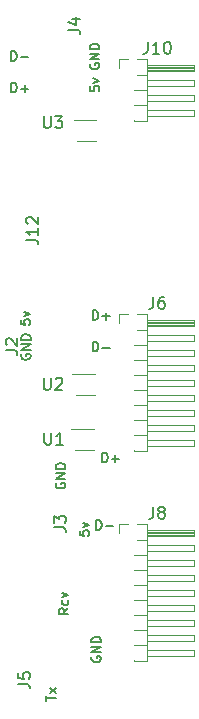
<source format=gto>
G04 #@! TF.GenerationSoftware,KiCad,Pcbnew,7.0.11-7.0.11~ubuntu23.10.1*
G04 #@! TF.CreationDate,2024-06-17T23:23:06+02:00*
G04 #@! TF.ProjectId,Hardware_NanoPi_v7_ConnectorPlate,48617264-7761-4726-955f-4e616e6f5069,rev?*
G04 #@! TF.SameCoordinates,Original*
G04 #@! TF.FileFunction,Legend,Top*
G04 #@! TF.FilePolarity,Positive*
%FSLAX46Y46*%
G04 Gerber Fmt 4.6, Leading zero omitted, Abs format (unit mm)*
G04 Created by KiCad (PCBNEW 7.0.11-7.0.11~ubuntu23.10.1) date 2024-06-17 23:23:06*
%MOMM*%
%LPD*%
G01*
G04 APERTURE LIST*
%ADD10C,0.150000*%
%ADD11C,0.120000*%
%ADD12R,0.500000X0.375000*%
%ADD13R,0.650000X0.300000*%
%ADD14R,1.000000X1.000000*%
%ADD15O,1.000000X1.000000*%
%ADD16O,1.900000X1.900000*%
%ADD17C,1.800000*%
%ADD18R,1.700000X1.700000*%
%ADD19O,1.700000X1.700000*%
G04 APERTURE END LIST*
D10*
X4838095Y26495181D02*
X4838095Y25685658D01*
X4838095Y25685658D02*
X4885714Y25590420D01*
X4885714Y25590420D02*
X4933333Y25542800D01*
X4933333Y25542800D02*
X5028571Y25495181D01*
X5028571Y25495181D02*
X5219047Y25495181D01*
X5219047Y25495181D02*
X5314285Y25542800D01*
X5314285Y25542800D02*
X5361904Y25590420D01*
X5361904Y25590420D02*
X5409523Y25685658D01*
X5409523Y25685658D02*
X5409523Y26495181D01*
X5838095Y26399943D02*
X5885714Y26447562D01*
X5885714Y26447562D02*
X5980952Y26495181D01*
X5980952Y26495181D02*
X6219047Y26495181D01*
X6219047Y26495181D02*
X6314285Y26447562D01*
X6314285Y26447562D02*
X6361904Y26399943D01*
X6361904Y26399943D02*
X6409523Y26304705D01*
X6409523Y26304705D02*
X6409523Y26209467D01*
X6409523Y26209467D02*
X6361904Y26066610D01*
X6361904Y26066610D02*
X5790476Y25495181D01*
X5790476Y25495181D02*
X6409523Y25495181D01*
X13622976Y54940181D02*
X13622976Y54225896D01*
X13622976Y54225896D02*
X13575357Y54083039D01*
X13575357Y54083039D02*
X13480119Y53987800D01*
X13480119Y53987800D02*
X13337262Y53940181D01*
X13337262Y53940181D02*
X13242024Y53940181D01*
X14622976Y53940181D02*
X14051548Y53940181D01*
X14337262Y53940181D02*
X14337262Y54940181D01*
X14337262Y54940181D02*
X14242024Y54797324D01*
X14242024Y54797324D02*
X14146786Y54702086D01*
X14146786Y54702086D02*
X14051548Y54654467D01*
X15242024Y54940181D02*
X15337262Y54940181D01*
X15337262Y54940181D02*
X15432500Y54892562D01*
X15432500Y54892562D02*
X15480119Y54844943D01*
X15480119Y54844943D02*
X15527738Y54749705D01*
X15527738Y54749705D02*
X15575357Y54559229D01*
X15575357Y54559229D02*
X15575357Y54321134D01*
X15575357Y54321134D02*
X15527738Y54130658D01*
X15527738Y54130658D02*
X15480119Y54035420D01*
X15480119Y54035420D02*
X15432500Y53987800D01*
X15432500Y53987800D02*
X15337262Y53940181D01*
X15337262Y53940181D02*
X15242024Y53940181D01*
X15242024Y53940181D02*
X15146786Y53987800D01*
X15146786Y53987800D02*
X15099167Y54035420D01*
X15099167Y54035420D02*
X15051548Y54130658D01*
X15051548Y54130658D02*
X15003929Y54321134D01*
X15003929Y54321134D02*
X15003929Y54559229D01*
X15003929Y54559229D02*
X15051548Y54749705D01*
X15051548Y54749705D02*
X15099167Y54844943D01*
X15099167Y54844943D02*
X15146786Y54892562D01*
X15146786Y54892562D02*
X15242024Y54940181D01*
X4888095Y21845181D02*
X4888095Y21035658D01*
X4888095Y21035658D02*
X4935714Y20940420D01*
X4935714Y20940420D02*
X4983333Y20892800D01*
X4983333Y20892800D02*
X5078571Y20845181D01*
X5078571Y20845181D02*
X5269047Y20845181D01*
X5269047Y20845181D02*
X5364285Y20892800D01*
X5364285Y20892800D02*
X5411904Y20940420D01*
X5411904Y20940420D02*
X5459523Y21035658D01*
X5459523Y21035658D02*
X5459523Y21845181D01*
X6459523Y20845181D02*
X5888095Y20845181D01*
X6173809Y20845181D02*
X6173809Y21845181D01*
X6173809Y21845181D02*
X6078571Y21702324D01*
X6078571Y21702324D02*
X5983333Y21607086D01*
X5983333Y21607086D02*
X5888095Y21559467D01*
X4838095Y48645181D02*
X4838095Y47835658D01*
X4838095Y47835658D02*
X4885714Y47740420D01*
X4885714Y47740420D02*
X4933333Y47692800D01*
X4933333Y47692800D02*
X5028571Y47645181D01*
X5028571Y47645181D02*
X5219047Y47645181D01*
X5219047Y47645181D02*
X5314285Y47692800D01*
X5314285Y47692800D02*
X5361904Y47740420D01*
X5361904Y47740420D02*
X5409523Y47835658D01*
X5409523Y47835658D02*
X5409523Y48645181D01*
X5790476Y48645181D02*
X6409523Y48645181D01*
X6409523Y48645181D02*
X6076190Y48264229D01*
X6076190Y48264229D02*
X6219047Y48264229D01*
X6219047Y48264229D02*
X6314285Y48216610D01*
X6314285Y48216610D02*
X6361904Y48168991D01*
X6361904Y48168991D02*
X6409523Y48073753D01*
X6409523Y48073753D02*
X6409523Y47835658D01*
X6409523Y47835658D02*
X6361904Y47740420D01*
X6361904Y47740420D02*
X6314285Y47692800D01*
X6314285Y47692800D02*
X6219047Y47645181D01*
X6219047Y47645181D02*
X5933333Y47645181D01*
X5933333Y47645181D02*
X5838095Y47692800D01*
X5838095Y47692800D02*
X5790476Y47740420D01*
X14099166Y33350181D02*
X14099166Y32635896D01*
X14099166Y32635896D02*
X14051547Y32493039D01*
X14051547Y32493039D02*
X13956309Y32397800D01*
X13956309Y32397800D02*
X13813452Y32350181D01*
X13813452Y32350181D02*
X13718214Y32350181D01*
X15003928Y33350181D02*
X14813452Y33350181D01*
X14813452Y33350181D02*
X14718214Y33302562D01*
X14718214Y33302562D02*
X14670595Y33254943D01*
X14670595Y33254943D02*
X14575357Y33112086D01*
X14575357Y33112086D02*
X14527738Y32921610D01*
X14527738Y32921610D02*
X14527738Y32540658D01*
X14527738Y32540658D02*
X14575357Y32445420D01*
X14575357Y32445420D02*
X14622976Y32397800D01*
X14622976Y32397800D02*
X14718214Y32350181D01*
X14718214Y32350181D02*
X14908690Y32350181D01*
X14908690Y32350181D02*
X15003928Y32397800D01*
X15003928Y32397800D02*
X15051547Y32445420D01*
X15051547Y32445420D02*
X15099166Y32540658D01*
X15099166Y32540658D02*
X15099166Y32778753D01*
X15099166Y32778753D02*
X15051547Y32873991D01*
X15051547Y32873991D02*
X15003928Y32921610D01*
X15003928Y32921610D02*
X14908690Y32969229D01*
X14908690Y32969229D02*
X14718214Y32969229D01*
X14718214Y32969229D02*
X14622976Y32921610D01*
X14622976Y32921610D02*
X14575357Y32873991D01*
X14575357Y32873991D02*
X14527738Y32778753D01*
X6904819Y55966667D02*
X7619104Y55966667D01*
X7619104Y55966667D02*
X7761961Y55919048D01*
X7761961Y55919048D02*
X7857200Y55823810D01*
X7857200Y55823810D02*
X7904819Y55680953D01*
X7904819Y55680953D02*
X7904819Y55585715D01*
X7238152Y56871429D02*
X7904819Y56871429D01*
X6857200Y56633334D02*
X7571485Y56395239D01*
X7571485Y56395239D02*
X7571485Y57014286D01*
X8744695Y51167115D02*
X8744695Y50786163D01*
X8744695Y50786163D02*
X9125647Y50748067D01*
X9125647Y50748067D02*
X9087552Y50786163D01*
X9087552Y50786163D02*
X9049457Y50862353D01*
X9049457Y50862353D02*
X9049457Y51052829D01*
X9049457Y51052829D02*
X9087552Y51129020D01*
X9087552Y51129020D02*
X9125647Y51167115D01*
X9125647Y51167115D02*
X9201838Y51205210D01*
X9201838Y51205210D02*
X9392314Y51205210D01*
X9392314Y51205210D02*
X9468504Y51167115D01*
X9468504Y51167115D02*
X9506600Y51129020D01*
X9506600Y51129020D02*
X9544695Y51052829D01*
X9544695Y51052829D02*
X9544695Y50862353D01*
X9544695Y50862353D02*
X9506600Y50786163D01*
X9506600Y50786163D02*
X9468504Y50748067D01*
X9011361Y51471877D02*
X9544695Y51662353D01*
X9544695Y51662353D02*
X9011361Y51852830D01*
X2096238Y53334705D02*
X2096238Y54134705D01*
X2096238Y54134705D02*
X2286714Y54134705D01*
X2286714Y54134705D02*
X2401000Y54096610D01*
X2401000Y54096610D02*
X2477190Y54020420D01*
X2477190Y54020420D02*
X2515285Y53944229D01*
X2515285Y53944229D02*
X2553381Y53791848D01*
X2553381Y53791848D02*
X2553381Y53677562D01*
X2553381Y53677562D02*
X2515285Y53525181D01*
X2515285Y53525181D02*
X2477190Y53448991D01*
X2477190Y53448991D02*
X2401000Y53372800D01*
X2401000Y53372800D02*
X2286714Y53334705D01*
X2286714Y53334705D02*
X2096238Y53334705D01*
X2896238Y53639467D02*
X3505762Y53639467D01*
X2096238Y50667705D02*
X2096238Y51467705D01*
X2096238Y51467705D02*
X2286714Y51467705D01*
X2286714Y51467705D02*
X2401000Y51429610D01*
X2401000Y51429610D02*
X2477190Y51353420D01*
X2477190Y51353420D02*
X2515285Y51277229D01*
X2515285Y51277229D02*
X2553381Y51124848D01*
X2553381Y51124848D02*
X2553381Y51010562D01*
X2553381Y51010562D02*
X2515285Y50858181D01*
X2515285Y50858181D02*
X2477190Y50781991D01*
X2477190Y50781991D02*
X2401000Y50705800D01*
X2401000Y50705800D02*
X2286714Y50667705D01*
X2286714Y50667705D02*
X2096238Y50667705D01*
X2896238Y50972467D02*
X3505762Y50972467D01*
X3201000Y50667705D02*
X3201000Y51277229D01*
X8751390Y53087477D02*
X8713295Y53011287D01*
X8713295Y53011287D02*
X8713295Y52897001D01*
X8713295Y52897001D02*
X8751390Y52782715D01*
X8751390Y52782715D02*
X8827580Y52706525D01*
X8827580Y52706525D02*
X8903771Y52668430D01*
X8903771Y52668430D02*
X9056152Y52630334D01*
X9056152Y52630334D02*
X9170438Y52630334D01*
X9170438Y52630334D02*
X9322819Y52668430D01*
X9322819Y52668430D02*
X9399009Y52706525D01*
X9399009Y52706525D02*
X9475200Y52782715D01*
X9475200Y52782715D02*
X9513295Y52897001D01*
X9513295Y52897001D02*
X9513295Y52973192D01*
X9513295Y52973192D02*
X9475200Y53087477D01*
X9475200Y53087477D02*
X9437104Y53125573D01*
X9437104Y53125573D02*
X9170438Y53125573D01*
X9170438Y53125573D02*
X9170438Y52973192D01*
X9513295Y53468430D02*
X8713295Y53468430D01*
X8713295Y53468430D02*
X9513295Y53925573D01*
X9513295Y53925573D02*
X8713295Y53925573D01*
X9513295Y54306525D02*
X8713295Y54306525D01*
X8713295Y54306525D02*
X8713295Y54497001D01*
X8713295Y54497001D02*
X8751390Y54611287D01*
X8751390Y54611287D02*
X8827580Y54687477D01*
X8827580Y54687477D02*
X8903771Y54725572D01*
X8903771Y54725572D02*
X9056152Y54763668D01*
X9056152Y54763668D02*
X9170438Y54763668D01*
X9170438Y54763668D02*
X9322819Y54725572D01*
X9322819Y54725572D02*
X9399009Y54687477D01*
X9399009Y54687477D02*
X9475200Y54611287D01*
X9475200Y54611287D02*
X9513295Y54497001D01*
X9513295Y54497001D02*
X9513295Y54306525D01*
X5704819Y13836667D02*
X6419104Y13836667D01*
X6419104Y13836667D02*
X6561961Y13789048D01*
X6561961Y13789048D02*
X6657200Y13693810D01*
X6657200Y13693810D02*
X6704819Y13550953D01*
X6704819Y13550953D02*
X6704819Y13455715D01*
X5704819Y14217620D02*
X5704819Y14836667D01*
X5704819Y14836667D02*
X6085771Y14503334D01*
X6085771Y14503334D02*
X6085771Y14646191D01*
X6085771Y14646191D02*
X6133390Y14741429D01*
X6133390Y14741429D02*
X6181009Y14789048D01*
X6181009Y14789048D02*
X6276247Y14836667D01*
X6276247Y14836667D02*
X6514342Y14836667D01*
X6514342Y14836667D02*
X6609580Y14789048D01*
X6609580Y14789048D02*
X6657200Y14741429D01*
X6657200Y14741429D02*
X6704819Y14646191D01*
X6704819Y14646191D02*
X6704819Y14360477D01*
X6704819Y14360477D02*
X6657200Y14265239D01*
X6657200Y14265239D02*
X6609580Y14217620D01*
X9295238Y13637705D02*
X9295238Y14437705D01*
X9295238Y14437705D02*
X9485714Y14437705D01*
X9485714Y14437705D02*
X9600000Y14399610D01*
X9600000Y14399610D02*
X9676190Y14323420D01*
X9676190Y14323420D02*
X9714285Y14247229D01*
X9714285Y14247229D02*
X9752381Y14094848D01*
X9752381Y14094848D02*
X9752381Y13980562D01*
X9752381Y13980562D02*
X9714285Y13828181D01*
X9714285Y13828181D02*
X9676190Y13751991D01*
X9676190Y13751991D02*
X9600000Y13675800D01*
X9600000Y13675800D02*
X9485714Y13637705D01*
X9485714Y13637705D02*
X9295238Y13637705D01*
X10095238Y13942467D02*
X10704762Y13942467D01*
X9795238Y19328705D02*
X9795238Y20128705D01*
X9795238Y20128705D02*
X9985714Y20128705D01*
X9985714Y20128705D02*
X10100000Y20090610D01*
X10100000Y20090610D02*
X10176190Y20014420D01*
X10176190Y20014420D02*
X10214285Y19938229D01*
X10214285Y19938229D02*
X10252381Y19785848D01*
X10252381Y19785848D02*
X10252381Y19671562D01*
X10252381Y19671562D02*
X10214285Y19519181D01*
X10214285Y19519181D02*
X10176190Y19442991D01*
X10176190Y19442991D02*
X10100000Y19366800D01*
X10100000Y19366800D02*
X9985714Y19328705D01*
X9985714Y19328705D02*
X9795238Y19328705D01*
X10595238Y19633467D02*
X11204762Y19633467D01*
X10900000Y19328705D02*
X10900000Y19938229D01*
X5900390Y17590477D02*
X5862295Y17514287D01*
X5862295Y17514287D02*
X5862295Y17400001D01*
X5862295Y17400001D02*
X5900390Y17285715D01*
X5900390Y17285715D02*
X5976580Y17209525D01*
X5976580Y17209525D02*
X6052771Y17171430D01*
X6052771Y17171430D02*
X6205152Y17133334D01*
X6205152Y17133334D02*
X6319438Y17133334D01*
X6319438Y17133334D02*
X6471819Y17171430D01*
X6471819Y17171430D02*
X6548009Y17209525D01*
X6548009Y17209525D02*
X6624200Y17285715D01*
X6624200Y17285715D02*
X6662295Y17400001D01*
X6662295Y17400001D02*
X6662295Y17476192D01*
X6662295Y17476192D02*
X6624200Y17590477D01*
X6624200Y17590477D02*
X6586104Y17628573D01*
X6586104Y17628573D02*
X6319438Y17628573D01*
X6319438Y17628573D02*
X6319438Y17476192D01*
X6662295Y17971430D02*
X5862295Y17971430D01*
X5862295Y17971430D02*
X6662295Y18428573D01*
X6662295Y18428573D02*
X5862295Y18428573D01*
X6662295Y18809525D02*
X5862295Y18809525D01*
X5862295Y18809525D02*
X5862295Y19000001D01*
X5862295Y19000001D02*
X5900390Y19114287D01*
X5900390Y19114287D02*
X5976580Y19190477D01*
X5976580Y19190477D02*
X6052771Y19228572D01*
X6052771Y19228572D02*
X6205152Y19266668D01*
X6205152Y19266668D02*
X6319438Y19266668D01*
X6319438Y19266668D02*
X6471819Y19228572D01*
X6471819Y19228572D02*
X6548009Y19190477D01*
X6548009Y19190477D02*
X6624200Y19114287D01*
X6624200Y19114287D02*
X6662295Y19000001D01*
X6662295Y19000001D02*
X6662295Y18809525D01*
X7862295Y13535715D02*
X7862295Y13154763D01*
X7862295Y13154763D02*
X8243247Y13116667D01*
X8243247Y13116667D02*
X8205152Y13154763D01*
X8205152Y13154763D02*
X8167057Y13230953D01*
X8167057Y13230953D02*
X8167057Y13421429D01*
X8167057Y13421429D02*
X8205152Y13497620D01*
X8205152Y13497620D02*
X8243247Y13535715D01*
X8243247Y13535715D02*
X8319438Y13573810D01*
X8319438Y13573810D02*
X8509914Y13573810D01*
X8509914Y13573810D02*
X8586104Y13535715D01*
X8586104Y13535715D02*
X8624200Y13497620D01*
X8624200Y13497620D02*
X8662295Y13421429D01*
X8662295Y13421429D02*
X8662295Y13230953D01*
X8662295Y13230953D02*
X8624200Y13154763D01*
X8624200Y13154763D02*
X8586104Y13116667D01*
X8128961Y13840477D02*
X8662295Y14030953D01*
X8662295Y14030953D02*
X8128961Y14221430D01*
X1604019Y28848467D02*
X2318304Y28848467D01*
X2318304Y28848467D02*
X2461161Y28800848D01*
X2461161Y28800848D02*
X2556400Y28705610D01*
X2556400Y28705610D02*
X2604019Y28562753D01*
X2604019Y28562753D02*
X2604019Y28467515D01*
X1699257Y29277039D02*
X1651638Y29324658D01*
X1651638Y29324658D02*
X1604019Y29419896D01*
X1604019Y29419896D02*
X1604019Y29657991D01*
X1604019Y29657991D02*
X1651638Y29753229D01*
X1651638Y29753229D02*
X1699257Y29800848D01*
X1699257Y29800848D02*
X1794495Y29848467D01*
X1794495Y29848467D02*
X1889733Y29848467D01*
X1889733Y29848467D02*
X2032590Y29800848D01*
X2032590Y29800848D02*
X2604019Y29229420D01*
X2604019Y29229420D02*
X2604019Y29848467D01*
X8994238Y31407705D02*
X8994238Y32207705D01*
X8994238Y32207705D02*
X9184714Y32207705D01*
X9184714Y32207705D02*
X9299000Y32169610D01*
X9299000Y32169610D02*
X9375190Y32093420D01*
X9375190Y32093420D02*
X9413285Y32017229D01*
X9413285Y32017229D02*
X9451381Y31864848D01*
X9451381Y31864848D02*
X9451381Y31750562D01*
X9451381Y31750562D02*
X9413285Y31598181D01*
X9413285Y31598181D02*
X9375190Y31521991D01*
X9375190Y31521991D02*
X9299000Y31445800D01*
X9299000Y31445800D02*
X9184714Y31407705D01*
X9184714Y31407705D02*
X8994238Y31407705D01*
X9794238Y31712467D02*
X10403762Y31712467D01*
X10099000Y31407705D02*
X10099000Y32017229D01*
X2949390Y28493477D02*
X2911295Y28417287D01*
X2911295Y28417287D02*
X2911295Y28303001D01*
X2911295Y28303001D02*
X2949390Y28188715D01*
X2949390Y28188715D02*
X3025580Y28112525D01*
X3025580Y28112525D02*
X3101771Y28074430D01*
X3101771Y28074430D02*
X3254152Y28036334D01*
X3254152Y28036334D02*
X3368438Y28036334D01*
X3368438Y28036334D02*
X3520819Y28074430D01*
X3520819Y28074430D02*
X3597009Y28112525D01*
X3597009Y28112525D02*
X3673200Y28188715D01*
X3673200Y28188715D02*
X3711295Y28303001D01*
X3711295Y28303001D02*
X3711295Y28379192D01*
X3711295Y28379192D02*
X3673200Y28493477D01*
X3673200Y28493477D02*
X3635104Y28531573D01*
X3635104Y28531573D02*
X3368438Y28531573D01*
X3368438Y28531573D02*
X3368438Y28379192D01*
X3711295Y28874430D02*
X2911295Y28874430D01*
X2911295Y28874430D02*
X3711295Y29331573D01*
X3711295Y29331573D02*
X2911295Y29331573D01*
X3711295Y29712525D02*
X2911295Y29712525D01*
X2911295Y29712525D02*
X2911295Y29903001D01*
X2911295Y29903001D02*
X2949390Y30017287D01*
X2949390Y30017287D02*
X3025580Y30093477D01*
X3025580Y30093477D02*
X3101771Y30131572D01*
X3101771Y30131572D02*
X3254152Y30169668D01*
X3254152Y30169668D02*
X3368438Y30169668D01*
X3368438Y30169668D02*
X3520819Y30131572D01*
X3520819Y30131572D02*
X3597009Y30093477D01*
X3597009Y30093477D02*
X3673200Y30017287D01*
X3673200Y30017287D02*
X3711295Y29903001D01*
X3711295Y29903001D02*
X3711295Y29712525D01*
X8994238Y28740705D02*
X8994238Y29540705D01*
X8994238Y29540705D02*
X9184714Y29540705D01*
X9184714Y29540705D02*
X9299000Y29502610D01*
X9299000Y29502610D02*
X9375190Y29426420D01*
X9375190Y29426420D02*
X9413285Y29350229D01*
X9413285Y29350229D02*
X9451381Y29197848D01*
X9451381Y29197848D02*
X9451381Y29083562D01*
X9451381Y29083562D02*
X9413285Y28931181D01*
X9413285Y28931181D02*
X9375190Y28854991D01*
X9375190Y28854991D02*
X9299000Y28778800D01*
X9299000Y28778800D02*
X9184714Y28740705D01*
X9184714Y28740705D02*
X8994238Y28740705D01*
X9794238Y29045467D02*
X10403762Y29045467D01*
X2879895Y31404315D02*
X2879895Y31023363D01*
X2879895Y31023363D02*
X3260847Y30985267D01*
X3260847Y30985267D02*
X3222752Y31023363D01*
X3222752Y31023363D02*
X3184657Y31099553D01*
X3184657Y31099553D02*
X3184657Y31290029D01*
X3184657Y31290029D02*
X3222752Y31366220D01*
X3222752Y31366220D02*
X3260847Y31404315D01*
X3260847Y31404315D02*
X3337038Y31442410D01*
X3337038Y31442410D02*
X3527514Y31442410D01*
X3527514Y31442410D02*
X3603704Y31404315D01*
X3603704Y31404315D02*
X3641800Y31366220D01*
X3641800Y31366220D02*
X3679895Y31290029D01*
X3679895Y31290029D02*
X3679895Y31099553D01*
X3679895Y31099553D02*
X3641800Y31023363D01*
X3641800Y31023363D02*
X3603704Y30985267D01*
X3146561Y31709077D02*
X3679895Y31899553D01*
X3679895Y31899553D02*
X3146561Y32090030D01*
X2654819Y586667D02*
X3369104Y586667D01*
X3369104Y586667D02*
X3511961Y539048D01*
X3511961Y539048D02*
X3607200Y443810D01*
X3607200Y443810D02*
X3654819Y300953D01*
X3654819Y300953D02*
X3654819Y205715D01*
X2654819Y1539048D02*
X2654819Y1062858D01*
X2654819Y1062858D02*
X3131009Y1015239D01*
X3131009Y1015239D02*
X3083390Y1062858D01*
X3083390Y1062858D02*
X3035771Y1158096D01*
X3035771Y1158096D02*
X3035771Y1396191D01*
X3035771Y1396191D02*
X3083390Y1491429D01*
X3083390Y1491429D02*
X3131009Y1539048D01*
X3131009Y1539048D02*
X3226247Y1586667D01*
X3226247Y1586667D02*
X3464342Y1586667D01*
X3464342Y1586667D02*
X3559580Y1539048D01*
X3559580Y1539048D02*
X3607200Y1491429D01*
X3607200Y1491429D02*
X3654819Y1396191D01*
X3654819Y1396191D02*
X3654819Y1158096D01*
X3654819Y1158096D02*
X3607200Y1062858D01*
X3607200Y1062858D02*
X3559580Y1015239D01*
X8910390Y2890477D02*
X8872295Y2814287D01*
X8872295Y2814287D02*
X8872295Y2700001D01*
X8872295Y2700001D02*
X8910390Y2585715D01*
X8910390Y2585715D02*
X8986580Y2509525D01*
X8986580Y2509525D02*
X9062771Y2471430D01*
X9062771Y2471430D02*
X9215152Y2433334D01*
X9215152Y2433334D02*
X9329438Y2433334D01*
X9329438Y2433334D02*
X9481819Y2471430D01*
X9481819Y2471430D02*
X9558009Y2509525D01*
X9558009Y2509525D02*
X9634200Y2585715D01*
X9634200Y2585715D02*
X9672295Y2700001D01*
X9672295Y2700001D02*
X9672295Y2776192D01*
X9672295Y2776192D02*
X9634200Y2890477D01*
X9634200Y2890477D02*
X9596104Y2928573D01*
X9596104Y2928573D02*
X9329438Y2928573D01*
X9329438Y2928573D02*
X9329438Y2776192D01*
X9672295Y3271430D02*
X8872295Y3271430D01*
X8872295Y3271430D02*
X9672295Y3728573D01*
X9672295Y3728573D02*
X8872295Y3728573D01*
X9672295Y4109525D02*
X8872295Y4109525D01*
X8872295Y4109525D02*
X8872295Y4300001D01*
X8872295Y4300001D02*
X8910390Y4414287D01*
X8910390Y4414287D02*
X8986580Y4490477D01*
X8986580Y4490477D02*
X9062771Y4528572D01*
X9062771Y4528572D02*
X9215152Y4566668D01*
X9215152Y4566668D02*
X9329438Y4566668D01*
X9329438Y4566668D02*
X9481819Y4528572D01*
X9481819Y4528572D02*
X9558009Y4490477D01*
X9558009Y4490477D02*
X9634200Y4414287D01*
X9634200Y4414287D02*
X9672295Y4300001D01*
X9672295Y4300001D02*
X9672295Y4109525D01*
X5062295Y-862380D02*
X5062295Y-405237D01*
X5862295Y-633809D02*
X5062295Y-633809D01*
X5862295Y-214761D02*
X5328961Y204287D01*
X5328961Y-214761D02*
X5862295Y204287D01*
X6912295Y6970001D02*
X6531342Y6703334D01*
X6912295Y6512858D02*
X6112295Y6512858D01*
X6112295Y6512858D02*
X6112295Y6817620D01*
X6112295Y6817620D02*
X6150390Y6893810D01*
X6150390Y6893810D02*
X6188485Y6931905D01*
X6188485Y6931905D02*
X6264676Y6970001D01*
X6264676Y6970001D02*
X6378961Y6970001D01*
X6378961Y6970001D02*
X6455152Y6931905D01*
X6455152Y6931905D02*
X6493247Y6893810D01*
X6493247Y6893810D02*
X6531342Y6817620D01*
X6531342Y6817620D02*
X6531342Y6512858D01*
X6874200Y7655715D02*
X6912295Y7579524D01*
X6912295Y7579524D02*
X6912295Y7427143D01*
X6912295Y7427143D02*
X6874200Y7350953D01*
X6874200Y7350953D02*
X6836104Y7312858D01*
X6836104Y7312858D02*
X6759914Y7274762D01*
X6759914Y7274762D02*
X6531342Y7274762D01*
X6531342Y7274762D02*
X6455152Y7312858D01*
X6455152Y7312858D02*
X6417057Y7350953D01*
X6417057Y7350953D02*
X6378961Y7427143D01*
X6378961Y7427143D02*
X6378961Y7579524D01*
X6378961Y7579524D02*
X6417057Y7655715D01*
X6378961Y7922381D02*
X6912295Y8112857D01*
X6912295Y8112857D02*
X6378961Y8303334D01*
X3359819Y38170477D02*
X4074104Y38170477D01*
X4074104Y38170477D02*
X4216961Y38122858D01*
X4216961Y38122858D02*
X4312200Y38027620D01*
X4312200Y38027620D02*
X4359819Y37884763D01*
X4359819Y37884763D02*
X4359819Y37789525D01*
X4359819Y39170477D02*
X4359819Y38599049D01*
X4359819Y38884763D02*
X3359819Y38884763D01*
X3359819Y38884763D02*
X3502676Y38789525D01*
X3502676Y38789525D02*
X3597914Y38694287D01*
X3597914Y38694287D02*
X3645533Y38599049D01*
X3455057Y39551430D02*
X3407438Y39599049D01*
X3407438Y39599049D02*
X3359819Y39694287D01*
X3359819Y39694287D02*
X3359819Y39932382D01*
X3359819Y39932382D02*
X3407438Y40027620D01*
X3407438Y40027620D02*
X3455057Y40075239D01*
X3455057Y40075239D02*
X3550295Y40122858D01*
X3550295Y40122858D02*
X3645533Y40122858D01*
X3645533Y40122858D02*
X3788390Y40075239D01*
X3788390Y40075239D02*
X4359819Y39503811D01*
X4359819Y39503811D02*
X4359819Y40122858D01*
X14099166Y15570181D02*
X14099166Y14855896D01*
X14099166Y14855896D02*
X14051547Y14713039D01*
X14051547Y14713039D02*
X13956309Y14617800D01*
X13956309Y14617800D02*
X13813452Y14570181D01*
X13813452Y14570181D02*
X13718214Y14570181D01*
X14718214Y15141610D02*
X14622976Y15189229D01*
X14622976Y15189229D02*
X14575357Y15236848D01*
X14575357Y15236848D02*
X14527738Y15332086D01*
X14527738Y15332086D02*
X14527738Y15379705D01*
X14527738Y15379705D02*
X14575357Y15474943D01*
X14575357Y15474943D02*
X14622976Y15522562D01*
X14622976Y15522562D02*
X14718214Y15570181D01*
X14718214Y15570181D02*
X14908690Y15570181D01*
X14908690Y15570181D02*
X15003928Y15522562D01*
X15003928Y15522562D02*
X15051547Y15474943D01*
X15051547Y15474943D02*
X15099166Y15379705D01*
X15099166Y15379705D02*
X15099166Y15332086D01*
X15099166Y15332086D02*
X15051547Y15236848D01*
X15051547Y15236848D02*
X15003928Y15189229D01*
X15003928Y15189229D02*
X14908690Y15141610D01*
X14908690Y15141610D02*
X14718214Y15141610D01*
X14718214Y15141610D02*
X14622976Y15093991D01*
X14622976Y15093991D02*
X14575357Y15046372D01*
X14575357Y15046372D02*
X14527738Y14951134D01*
X14527738Y14951134D02*
X14527738Y14760658D01*
X14527738Y14760658D02*
X14575357Y14665420D01*
X14575357Y14665420D02*
X14622976Y14617800D01*
X14622976Y14617800D02*
X14718214Y14570181D01*
X14718214Y14570181D02*
X14908690Y14570181D01*
X14908690Y14570181D02*
X15003928Y14617800D01*
X15003928Y14617800D02*
X15051547Y14665420D01*
X15051547Y14665420D02*
X15099166Y14760658D01*
X15099166Y14760658D02*
X15099166Y14951134D01*
X15099166Y14951134D02*
X15051547Y15046372D01*
X15051547Y15046372D02*
X15003928Y15093991D01*
X15003928Y15093991D02*
X14908690Y15141610D01*
D11*
G04 #@! TO.C,U2*
X7550000Y25050000D02*
X9150000Y25050000D01*
X9150000Y26850000D02*
X7250000Y26850000D01*
G04 #@! TO.C,J10*
X11240000Y53520000D02*
X12000000Y53520000D01*
X11240000Y52760000D02*
X11240000Y53520000D01*
X12440000Y50870323D02*
X12440000Y50839677D01*
X12440000Y50855000D02*
X13560000Y50855000D01*
X12440000Y49600323D02*
X12440000Y49569677D01*
X12440000Y49585000D02*
X13560000Y49585000D01*
X12440000Y48255000D02*
X12440000Y48330323D01*
X12760000Y53455000D02*
X13560000Y53455000D01*
X12760000Y52125000D02*
X13560000Y52125000D01*
X13560000Y53455000D02*
X13560000Y48255000D01*
X13560000Y53020000D02*
X17560000Y53020000D01*
X13560000Y52960000D02*
X17560000Y52960000D01*
X13560000Y52840000D02*
X17560000Y52840000D01*
X13560000Y52720000D02*
X17560000Y52720000D01*
X13560000Y52600000D02*
X17560000Y52600000D01*
X13560000Y51750000D02*
X17560000Y51750000D01*
X13560000Y50480000D02*
X17560000Y50480000D01*
X13560000Y49210000D02*
X17560000Y49210000D01*
X13560000Y48255000D02*
X12440000Y48255000D01*
X17560000Y53020000D02*
X17560000Y52500000D01*
X17560000Y52500000D02*
X13560000Y52500000D01*
X17560000Y51750000D02*
X17560000Y51230000D01*
X17560000Y51230000D02*
X13560000Y51230000D01*
X17560000Y50480000D02*
X17560000Y49960000D01*
X17560000Y49960000D02*
X13560000Y49960000D01*
X17560000Y49210000D02*
X17560000Y48690000D01*
X17560000Y48690000D02*
X13560000Y48690000D01*
G04 #@! TO.C,U1*
X7450000Y20400000D02*
X9050000Y20400000D01*
X9050000Y22200000D02*
X7150000Y22200000D01*
G04 #@! TO.C,U3*
X7650000Y46562500D02*
X9250000Y46562500D01*
X9250000Y48362500D02*
X7350000Y48362500D01*
G04 #@! TO.C,J6*
X11240000Y31930000D02*
X12000000Y31930000D01*
X11240000Y31170000D02*
X11240000Y31930000D01*
X12440000Y29280323D02*
X12440000Y29249677D01*
X12440000Y29265000D02*
X13560000Y29265000D01*
X12440000Y28010323D02*
X12440000Y27979677D01*
X12440000Y27995000D02*
X13560000Y27995000D01*
X12440000Y26740323D02*
X12440000Y26709677D01*
X12440000Y26725000D02*
X13560000Y26725000D01*
X12440000Y25470323D02*
X12440000Y25439677D01*
X12440000Y25455000D02*
X13560000Y25455000D01*
X12440000Y24200323D02*
X12440000Y24169677D01*
X12440000Y24185000D02*
X13560000Y24185000D01*
X12440000Y22930323D02*
X12440000Y22899677D01*
X12440000Y22915000D02*
X13560000Y22915000D01*
X12440000Y21660323D02*
X12440000Y21629677D01*
X12440000Y21645000D02*
X13560000Y21645000D01*
X12440000Y20315000D02*
X12440000Y20390323D01*
X12760000Y31865000D02*
X13560000Y31865000D01*
X12760000Y30535000D02*
X13560000Y30535000D01*
X13560000Y31865000D02*
X13560000Y20315000D01*
X13560000Y31430000D02*
X17560000Y31430000D01*
X13560000Y31370000D02*
X17560000Y31370000D01*
X13560000Y31250000D02*
X17560000Y31250000D01*
X13560000Y31130000D02*
X17560000Y31130000D01*
X13560000Y31010000D02*
X17560000Y31010000D01*
X13560000Y30160000D02*
X17560000Y30160000D01*
X13560000Y28890000D02*
X17560000Y28890000D01*
X13560000Y27620000D02*
X17560000Y27620000D01*
X13560000Y26350000D02*
X17560000Y26350000D01*
X13560000Y25080000D02*
X17560000Y25080000D01*
X13560000Y23810000D02*
X17560000Y23810000D01*
X13560000Y22540000D02*
X17560000Y22540000D01*
X13560000Y21270000D02*
X17560000Y21270000D01*
X13560000Y20315000D02*
X12440000Y20315000D01*
X17560000Y31430000D02*
X17560000Y30910000D01*
X17560000Y30910000D02*
X13560000Y30910000D01*
X17560000Y30160000D02*
X17560000Y29640000D01*
X17560000Y29640000D02*
X13560000Y29640000D01*
X17560000Y28890000D02*
X17560000Y28370000D01*
X17560000Y28370000D02*
X13560000Y28370000D01*
X17560000Y27620000D02*
X17560000Y27100000D01*
X17560000Y27100000D02*
X13560000Y27100000D01*
X17560000Y26350000D02*
X17560000Y25830000D01*
X17560000Y25830000D02*
X13560000Y25830000D01*
X17560000Y25080000D02*
X17560000Y24560000D01*
X17560000Y24560000D02*
X13560000Y24560000D01*
X17560000Y23810000D02*
X17560000Y23290000D01*
X17560000Y23290000D02*
X13560000Y23290000D01*
X17560000Y22540000D02*
X17560000Y22020000D01*
X17560000Y22020000D02*
X13560000Y22020000D01*
X17560000Y21270000D02*
X17560000Y20750000D01*
X17560000Y20750000D02*
X13560000Y20750000D01*
G04 #@! TO.C,J8*
X11240000Y14150000D02*
X12000000Y14150000D01*
X11240000Y13390000D02*
X11240000Y14150000D01*
X12440000Y11500323D02*
X12440000Y11469677D01*
X12440000Y11485000D02*
X13560000Y11485000D01*
X12440000Y10230323D02*
X12440000Y10199677D01*
X12440000Y10215000D02*
X13560000Y10215000D01*
X12440000Y8960323D02*
X12440000Y8929677D01*
X12440000Y8945000D02*
X13560000Y8945000D01*
X12440000Y7690323D02*
X12440000Y7659677D01*
X12440000Y7675000D02*
X13560000Y7675000D01*
X12440000Y6420323D02*
X12440000Y6389677D01*
X12440000Y6405000D02*
X13560000Y6405000D01*
X12440000Y5150323D02*
X12440000Y5119677D01*
X12440000Y5135000D02*
X13560000Y5135000D01*
X12440000Y3880323D02*
X12440000Y3849677D01*
X12440000Y3865000D02*
X13560000Y3865000D01*
X12440000Y2535000D02*
X12440000Y2610323D01*
X12760000Y14085000D02*
X13560000Y14085000D01*
X12760000Y12755000D02*
X13560000Y12755000D01*
X13560000Y14085000D02*
X13560000Y2535000D01*
X13560000Y13650000D02*
X17560000Y13650000D01*
X13560000Y13590000D02*
X17560000Y13590000D01*
X13560000Y13470000D02*
X17560000Y13470000D01*
X13560000Y13350000D02*
X17560000Y13350000D01*
X13560000Y13230000D02*
X17560000Y13230000D01*
X13560000Y12380000D02*
X17560000Y12380000D01*
X13560000Y11110000D02*
X17560000Y11110000D01*
X13560000Y9840000D02*
X17560000Y9840000D01*
X13560000Y8570000D02*
X17560000Y8570000D01*
X13560000Y7300000D02*
X17560000Y7300000D01*
X13560000Y6030000D02*
X17560000Y6030000D01*
X13560000Y4760000D02*
X17560000Y4760000D01*
X13560000Y3490000D02*
X17560000Y3490000D01*
X13560000Y2535000D02*
X12440000Y2535000D01*
X17560000Y13650000D02*
X17560000Y13130000D01*
X17560000Y13130000D02*
X13560000Y13130000D01*
X17560000Y12380000D02*
X17560000Y11860000D01*
X17560000Y11860000D02*
X13560000Y11860000D01*
X17560000Y11110000D02*
X17560000Y10590000D01*
X17560000Y10590000D02*
X13560000Y10590000D01*
X17560000Y9840000D02*
X17560000Y9320000D01*
X17560000Y9320000D02*
X13560000Y9320000D01*
X17560000Y8570000D02*
X17560000Y8050000D01*
X17560000Y8050000D02*
X13560000Y8050000D01*
X17560000Y7300000D02*
X17560000Y6780000D01*
X17560000Y6780000D02*
X13560000Y6780000D01*
X17560000Y6030000D02*
X17560000Y5510000D01*
X17560000Y5510000D02*
X13560000Y5510000D01*
X17560000Y4760000D02*
X17560000Y4240000D01*
X17560000Y4240000D02*
X13560000Y4240000D01*
X17560000Y3490000D02*
X17560000Y2970000D01*
X17560000Y2970000D02*
X13560000Y2970000D01*
G04 #@! TD*
%LPC*%
D12*
G04 #@! TO.C,U2*
X7500000Y26487500D03*
D13*
X7425000Y25950000D03*
D12*
X7500000Y25412500D03*
X9200000Y25412500D03*
D13*
X9275000Y25950000D03*
D12*
X9200000Y26487500D03*
G04 #@! TD*
D14*
G04 #@! TO.C,J10*
X12000000Y52760000D03*
D15*
X12000000Y51490000D03*
X12000000Y50220000D03*
X12000000Y48950000D03*
G04 #@! TD*
D12*
G04 #@! TO.C,U1*
X7400000Y21837500D03*
D13*
X7325000Y21300000D03*
D12*
X7400000Y20762500D03*
X9100000Y20762500D03*
D13*
X9175000Y21300000D03*
D12*
X9100000Y21837500D03*
G04 #@! TD*
G04 #@! TO.C,U3*
X7600000Y48000000D03*
D13*
X7525000Y47462500D03*
D12*
X7600000Y46925000D03*
X9300000Y46925000D03*
D13*
X9375000Y47462500D03*
D12*
X9300000Y48000000D03*
G04 #@! TD*
D14*
G04 #@! TO.C,J6*
X12000000Y31170000D03*
D15*
X12000000Y29900000D03*
X12000000Y28630000D03*
X12000000Y27360000D03*
X12000000Y26090000D03*
X12000000Y24820000D03*
X12000000Y23550000D03*
X12000000Y22280000D03*
X12000000Y21010000D03*
G04 #@! TD*
D16*
G04 #@! TO.C,J4*
X7500000Y51030000D03*
X4960000Y53570000D03*
X4960000Y51030000D03*
X7500000Y53570000D03*
G04 #@! TD*
G04 #@! TO.C,J3*
X8500000Y15500000D03*
X11040000Y15500000D03*
X11040000Y18040000D03*
X8500000Y18040000D03*
G04 #@! TD*
G04 #@! TO.C,J2*
X5000000Y31770000D03*
X7540000Y29230000D03*
X7540000Y31770000D03*
X5000000Y29230000D03*
G04 #@! TD*
D17*
G04 #@! TO.C,J5*
X5500000Y2230000D03*
X5500000Y4770000D03*
X7405000Y3500000D03*
G04 #@! TD*
D18*
G04 #@! TO.C,J12*
X2000000Y41520000D03*
D19*
X2000000Y38980000D03*
G04 #@! TD*
D14*
G04 #@! TO.C,J8*
X12000000Y13390000D03*
D15*
X12000000Y12120000D03*
X12000000Y10850000D03*
X12000000Y9580000D03*
X12000000Y8310000D03*
X12000000Y7040000D03*
X12000000Y5770000D03*
X12000000Y4500000D03*
X12000000Y3230000D03*
G04 #@! TD*
D18*
G04 #@! TO.C,J11*
X4000000Y11700000D03*
D19*
X1460000Y11700000D03*
G04 #@! TD*
%LPD*%
M02*

</source>
